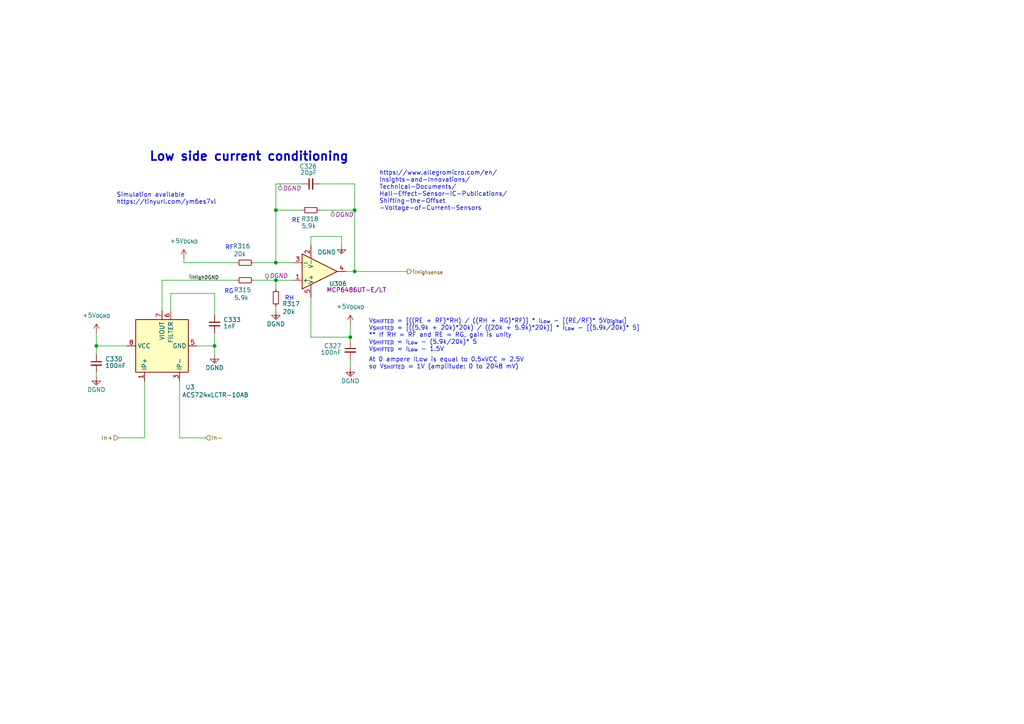
<source format=kicad_sch>
(kicad_sch (version 20250114) (generator "eeschema") (generator_version "9.0")
  (paper "A4")
  (title_block (title "Micro-inverter - 400W") (date "2024-02-06") (comment 1 "JAL"))
  (lib_symbols
    (symbol "Device:C_Small" (pin_numbers (hide yes)) (pin_names (offset 0.254) (hide yes))
      (property "Reference" "C" (at 0.254 1.778 0))
      (property "Value" "C_Small" (at 0.254 -2.032 0))
      (symbol "C_Small_0_1"
        (polyline (pts (xy -1.524 0.508) (xy 1.524 0.508)) (stroke (width 0.3048)))
        (polyline (pts (xy -1.524 -0.508) (xy 1.524 -0.508)) (stroke (width 0.3302)))
      )
      (symbol "C_Small_1_1"
        (pin passive line (at 0 2.54 270) (length 2.032) (name "~") (number "1"))
        (pin passive line (at 0 -2.54 90) (length 2.032) (name "~") (number "2"))
      )
    )
    (symbol "Device:R_Small" (pin_numbers (hide yes)) (pin_names (offset 0.254) (hide yes))
      (property "Reference" "R" (at 0.762 0.508 0))
      (property "Value" "R_Small" (at 0.762 -1.016 0))
      (symbol "R_Small_0_1"
        (rectangle (start -0.762 1.778) (end 0.762 -1.778) (stroke (width 0.2032)))
      )
      (symbol "R_Small_1_1"
        (pin passive line (at 0 2.54 270) (length 0.762) (name "~") (number "1"))
        (pin passive line (at 0 -2.54 90) (length 0.762) (name "~") (number "2"))
      )
    )
    (symbol "Sensor_Current:ACS724xLCTR-10AB"
      (property "Reference" "U" (at 2.54 11.43 0))
      (property "Value" "ACS724xLCTR-10AB" (at 2.54 8.89 0))
      (symbol "ACS724xLCTR-10AB_0_1"
        (rectangle (start -7.62 7.62) (end 7.62 -7.62) (stroke (width 0.254)) (fill (type background)))
      )
      (symbol "ACS724xLCTR-10AB_1_1"
        (pin passive line (at -10.16 5.08 0) (length 2.54) (name "IP+") (number "1"))
        (pin passive line (at -10.16 5.08 0) (length 2.54) (hide yes) (name "IP+") (number "2"))
        (pin passive line (at -10.16 -5.08 0) (length 2.54) (name "IP-") (number "3"))
        (pin passive line (at -10.16 -5.08 0) (length 2.54) (hide yes) (name "IP-") (number "4"))
        (pin power_in line (at 0 10.16 270) (length 2.54) (name "VCC") (number "8"))
        (pin power_in line (at 0 -10.16 90) (length 2.54) (name "GND") (number "5"))
        (pin output line (at 10.16 0 180) (length 2.54) (name "VIOUT") (number "7"))
        (pin passive line (at 10.16 -2.54 180) (length 2.54) (name "FILTER") (number "6"))
      )
    )
    (symbol "Symbols:+12V_PGND" (power) (in_bom no) (on_board no)
      (property "Value" "+12V_PGND" (at -0.127 3.81 0))
      (symbol "+12V_PGND_0_1"
        (polyline (pts (xy -0.762 1.27) (xy 0 2.54)))
        (polyline (pts (xy 0 2.54) (xy 0.762 1.27)))
        (polyline (pts (xy 0 0) (xy 0 2.54)))
      )
      (symbol "+12V_PGND_1_1"
        (pin power_in line (at 0 0 90) (length 0) (hide yes) (name "+12V_PGND") (number "1"))
      )
    )
    (symbol "Symbols:DGND" (power) (pin_names (offset 0))
      (property "Value" "DGND" (at 0 -3.81 0))
      (symbol "DGND_0_0"
        (text "D" (at 0 -1.778 0) (effects (font (size 0.63 0.63))))
      )
      (symbol "DGND_0_1"
        (polyline (pts (xy 0 0) (xy 0 -1.27) (xy 1.27 -1.27) (xy 0 -2.54) (xy -1.27 -1.27) (xy 0 -1.27)))
      )
      (symbol "DGND_1_1"
        (pin power_in line (at 0 0 270) (length 0) (hide yes) (name "DGND") (number "1"))
      )
    )
    (symbol "Symbols:MCP6486UT-E/LT " (pin_names (offset 0.127))
      (property "Reference" "U205" (at 3.81 7.62 0))
      (property "manf#" "MCP6486UT-E/LT " (at 12.7 5.08 0))
      (symbol "MCP6486UT-E/LT _0_1"
        (polyline (pts (xy -2.54 5.08) (xy -2.54 -5.08) (xy 7.62 0) (xy -2.54 5.08)) (stroke (width 0.254)) (fill (type background)))
      )
      (symbol "MCP6486UT-E/LT _1_1"
        (pin input line (at -5.08 2.54 0) (length 2.54) (name "+") (number "1"))
        (pin input line (at -5.08 -2.54 0) (length 2.54) (name "-") (number "3"))
        (pin power_in line (at 0 7.62 270) (length 3.81) (name "V+") (number "5"))
        (pin power_in line (at 0 -7.62 90) (length 3.81) (name "V-") (number "2"))
        (pin output line (at 10.16 0 180) (length 2.54) (name "~") (number "4"))
      )
    )
  )
  (text "V_{SHIFTED} = [((RE + RF)*RH) / ((RH + RG)*RF)] * I_{Low} - [(RE/RF)* 5V_{Digital}]\nV_{SHIFTED} = [((5.9k + 20k)*20k) / ((20k + 5.9k)*20k)] * I_{Low} - [(5.9k/20k)* 5]\n** If RH = RF and RE = RG, gain is unity\nV_{SHIFTED} = I_{Low} - (5.9k/20k)* 5\nV_{SHIFTED} = I_{Low} - 1.5V" (at 106.934 102.108 0) (effects (font (size 1.27 1.27)) (justify left bottom)))
  (text "RE" (at 84.582 64.77 0) (effects (font (size 1.27 1.27)) (justify left bottom)))
  (text "RG" (at 65.024 85.344 0) (effects (font (size 1.27 1.27)) (justify left bottom)))
  (text "RH" (at 82.55 87.376 0) (effects (font (size 1.27 1.27)) (justify left bottom)))
  (text "Simulation available\nhttps://tinyurl.com/ym6es7vl\n\n" (at 33.782 61.468 0) (effects (font (size 1.27 1.27)) (justify left bottom)))
  (text "Low side current conditioning" (at 43.18 46.99 0) (effects (font (size 2.54 2.54) (thickness 0.5) (bold yes)) (justify left bottom)))
  (text "https://www.allegromicro.com/en/\nInsights-and-Innovations/\nTechnical-Documents/\nHall-Effect-Sensor-IC-Publications/\nShifting-the-Offset\n-Voltage-of-Current-Sensors" (at 109.982 61.214 0) (effects (font (size 1.27 1.27)) (justify left bottom)))
  (text "RF" (at 65.278 72.644 0) (effects (font (size 1.27 1.27)) (justify left bottom)))
  (text "At 0 ampere ILow is equal to 0.5xVCC = 2.5V\nso V_{SHIFTED} = 1V (amplitude: 0 to 2048 mV)" (at 106.934 107.188 0) (effects (font (size 1.27 1.27)) (justify left bottom)))
  (junction (at 80.01 76.2))
  (junction (at 27.94 100.33))
  (junction (at 80.01 60.96))
  (junction (at 102.87 60.96))
  (junction (at 80.01 81.28))
  (junction (at 102.87 78.74))
  (junction (at 101.6 97.79))
  (junction (at 62.23 100.33))
  (wire (pts (xy 80.01 60.96) (xy 80.01 53.34)))
  (wire (pts (xy 73.66 81.28) (xy 80.01 81.28)))
  (wire (pts (xy 27.94 100.33) (xy 27.94 102.87)))
  (wire (pts (xy 90.17 97.79) (xy 101.6 97.79)))
  (wire (pts (xy 27.94 107.95) (xy 27.94 109.22)))
  (wire (pts (xy 27.94 96.52) (xy 27.94 100.33)))
  (wire (pts (xy 87.63 60.96) (xy 80.01 60.96)))
  (wire (pts (xy 46.99 81.28) (xy 46.99 90.17)))
  (wire (pts (xy 73.66 76.2) (xy 80.01 76.2)))
  (wire (pts (xy 80.01 90.17) (xy 80.01 88.9)))
  (wire (pts (xy 85.09 81.28) (xy 80.01 81.28)))
  (wire (pts (xy 90.17 68.58) (xy 90.17 71.12)))
  (wire (pts (xy 102.87 78.74) (xy 118.11 78.74)))
  (wire (pts (xy 87.63 53.34) (xy 80.01 53.34)))
  (wire (pts (xy 102.87 60.96) (xy 102.87 53.34)))
  (wire (pts (xy 101.6 104.14) (xy 101.6 106.68)))
  (wire (pts (xy 49.53 90.17) (xy 49.53 85.09)))
  (wire (pts (xy 53.34 74.93) (xy 53.34 76.2)))
  (wire (pts (xy 46.99 81.28) (xy 68.58 81.28)))
  (wire (pts (xy 27.94 100.33) (xy 36.83 100.33)))
  (wire (pts (xy 34.29 127) (xy 41.91 127)))
  (wire (pts (xy 53.34 76.2) (xy 68.58 76.2)))
  (wire (pts (xy 99.06 68.58) (xy 99.06 71.12)))
  (wire (pts (xy 102.87 78.74) (xy 102.87 60.96)))
  (wire (pts (xy 62.23 85.09) (xy 62.23 91.44)))
  (wire (pts (xy 80.01 76.2) (xy 85.09 76.2)))
  (wire (pts (xy 80.01 76.2) (xy 80.01 60.96)))
  (wire (pts (xy 100.33 78.74) (xy 102.87 78.74)))
  (wire (pts (xy 92.71 53.34) (xy 102.87 53.34)))
  (wire (pts (xy 90.17 86.36) (xy 90.17 97.79)))
  (wire (pts (xy 49.53 85.09) (xy 62.23 85.09)))
  (wire (pts (xy 80.01 81.28) (xy 80.01 83.82)))
  (wire (pts (xy 101.6 97.79) (xy 101.6 99.06)))
  (wire (pts (xy 101.6 93.98) (xy 101.6 97.79)))
  (wire (pts (xy 52.07 110.49) (xy 52.07 127)))
  (wire (pts (xy 92.71 60.96) (xy 102.87 60.96)))
  (wire (pts (xy 41.91 110.49) (xy 41.91 127)))
  (wire (pts (xy 62.23 100.33) (xy 62.23 102.87)))
  (wire (pts (xy 99.06 68.58) (xy 90.17 68.58)))
  (wire (pts (xy 57.15 100.33) (xy 62.23 100.33)))
  (wire (pts (xy 62.23 96.52) (xy 62.23 100.33)))
  (wire (pts (xy 52.07 127) (xy 59.69 127)))
  (label "I_{IHigh}_{DGND}" (at 63.5 81.28 180))
  (hierarchical_label "I_{IHighsense}" (shape output) (at 118.11 78.74 0))
  (hierarchical_label "In+" (shape input) (at 34.29 127 180))
  (hierarchical_label "In-" (shape input) (at 59.69 127 0))
  (netclass_flag "" (length 1.27) (shape round) (at 77.47 81.28 0) (property "Netclass" "DGND" (at 78.1685 80.01 0) (effects (font (italic yes)) (justify left))))
  (netclass_flag "" (length 1.27) (shape round) (at 81.28 53.34 180) (property "Netclass" "DGND" (at 81.9785 54.61 0) (effects (font (italic yes)) (justify left))))
  (netclass_flag "" (length 1.27) (shape round) (at 96.52 60.96 180) (property "Netclass" "DGND" (at 97.2185 62.23 0) (effects (font (italic yes)) (justify left))))
  (symbol (lib_id "Device:R_Small") (at 80.01 86.36 0) (mirror y) (unit 1)
    (property "Reference" "R309" (at 86.995 88.138 0) (effects (justify left)))
    (property "Value" "20k" (at 85.598 90.424 0) (effects (justify left)))
    (property "Footprint" "Footprints:R_0805_2012Metric" (effects (hide yes)))
    (property "Datasheet" "${KIPRJMOD}\\datasheet\\PYu_RT_1_to_0_01_RoHS_L_12-3003070.pdf" (effects (hide yes)))
    (property "manf#" "RT0805DRD0720KL" (effects (hide yes)))
    (property "Functional Block" "Measurement" (effects (hide yes)))
    (property "Metal content" "NiCr" (effects (hide yes)))
    (property "Subfunction" "IILow Measure" (effects (hide yes)))
    (property "Package" "0805" (effects (hide yes)))
    (property "Technology" "Thin film" (effects (hide yes)))
    (instances (project "DAB" (path "" (reference "R317") (unit 1)) (path "" (reference "R313") (unit 1)) (path "" (reference "R309") (unit 1))))
  )
  (symbol (lib_id "Device:C_Small") (at 90.17 53.34 90) (mirror x) (unit 1)
    (property "Reference" "C322" (at 91.948 48.26 90) (effects (justify left)))
    (property "Value" "20pF" (at 91.948 50.038 90) (effects (justify left)))
    (property "Footprint" "Footprints:C_0805_2012Metric" (effects (hide yes)))
    (property "Datasheet" "${KIPRJMOD}\\datasheet\\UPY_GP_NP0_16V_to_50V_18-1730511.pdf" (effects (hide yes)))
    (property "manf#" "CC0805JRNPO9BN200" (effects (hide yes)))
    (property "Functional Block" "Measurement" (effects (hide yes)))
    (property "Metal content" "BaTiO3" (effects (hide yes)))
    (property "Subfunction" "IILow measure" (effects (hide yes)))
    (property "Package" "0805" (effects (hide yes)))
    (property "Dielectric" "NP0" (effects (hide yes)))
    (property "Voltage" "50V" (effects (hide yes)))
    (instances (project "DAB" (path "" (reference "C326") (unit 1)) (path "" (reference "C324") (unit 1)) (path "" (reference "C322") (unit 1))))
  )
  (symbol (lib_id "Device:R_Small") (at 71.12 76.2 90) (mirror x) (unit 1)
    (property "Reference" "R308" (at 72.644 71.374 90) (effects (justify left)))
    (property "Value" "20k" (at 71.374 73.66 90) (effects (justify left)))
    (property "Footprint" "Footprints:R_0805_2012Metric" (effects (hide yes)))
    (property "Datasheet" "${KIPRJMOD}\\datasheet\\PYu_RT_1_to_0_01_RoHS_L_12-3003070.pdf" (effects (hide yes)))
    (property "manf#" "RT0805DRD0720KL" (effects (hide yes)))
    (property "Functional Block" "Measurement" (effects (hide yes)))
    (property "Metal content" "NiCr" (effects (hide yes)))
    (property "Subfunction" "IIlow measure" (effects (hide yes)))
    (property "Package" "0805" (effects (hide yes)))
    (property "Technology" "Thin film" (effects (hide yes)))
    (instances (project "DAB" (path "" (reference "R316") (unit 1)) (path "" (reference "R312") (unit 1)) (path "" (reference "R308") (unit 1))))
  )
  (symbol (lib_id "Symbols:DGND") (at 80.01 90.17 0) (mirror y) (unit 1)
    (property "Reference" "#PWR0318" (effects (hide yes)))
    (property "Value" "DGND" (at 80.01 93.98 0))
    (instances (project "DAB" (path "" (reference "#PWR0326") (unit 1)) (path "" (reference "#PWR0322") (unit 1)) (path "" (reference "#PWR0318") (unit 1))))
  )
  (symbol (lib_id "Symbols:+12V_PGND") (at 101.6 93.98 0) (unit 1) (in_bom no) (on_board no)
    (property "Reference" "#PWR0310" (effects (hide yes)))
    (property "Value" "+5V_{DGND}" (at 101.6 88.9 0))
    (instances (project "DAB" (path "" (reference "#PWR0314") (unit 1)) (path "" (reference "#PWR0312") (unit 1)) (path "" (reference "#PWR0310") (unit 1))))
  )
  (symbol (lib_id "Device:C_Small") (at 62.23 93.98 0) (unit 1)
    (property "Reference" "C331" (at 64.77 92.71 0) (effects (justify left)))
    (property "Value" "1nF" (at 64.77 94.615 0) (effects (justify left)))
    (property "Footprint" "Capacitor_SMD:C_1206_3216Metric" (effects (hide yes)))
    (property "Datasheet" "${KIPRJMOD}\\datasheet\\KEM_C1002_X7R_SMD-3316098.pdf" (effects (hide yes)))
    (property "manf#" "C1206C104K5RAC7867" (effects (hide yes)))
    (property "Functional Block" "Measurement" (effects (hide yes)))
    (property "Metal content" "BaTiO3" (effects (hide yes)))
    (property "Subfunction" "IILow measure" (effects (hide yes)))
    (property "Package" "1206" (effects (hide yes)))
    (property "Dielectric" "X7R" (effects (hide yes)))
    (property "Voltage" "50V" (effects (hide yes)))
    (instances (project "DAB" (path "" (reference "C333") (unit 1)) (path "" (reference "C332") (unit 1)) (path "" (reference "C331") (unit 1))))
  )
  (symbol (lib_id "Device:C_Small") (at 27.94 105.41 0) (unit 1)
    (property "Reference" "C328" (at 30.48 104.14 0) (effects (justify left)))
    (property "Value" "100nF" (at 30.48 106.045 0) (effects (justify left)))
    (property "Footprint" "Capacitor_SMD:C_1206_3216Metric" (effects (hide yes)))
    (property "Datasheet" "${KIPRJMOD}\\datasheet\\KEM_C1002_X7R_SMD-3316098.pdf" (effects (hide yes)))
    (property "manf#" "C1206C104K5RAC7867" (effects (hide yes)))
    (property "Functional Block" "Measurement" (effects (hide yes)))
    (property "Metal content" "BaTiO3" (effects (hide yes)))
    (property "Subfunction" "IILow measure" (effects (hide yes)))
    (property "Package" "1206" (effects (hide yes)))
    (property "Dielectric" "X7R" (effects (hide yes)))
    (property "Voltage" "50V" (effects (hide yes)))
    (instances (project "DAB" (path "" (reference "C330") (unit 1)) (path "" (reference "C329") (unit 1)) (path "" (reference "C328") (unit 1))))
  )
  (symbol (lib_id "Symbols:DGND") (at 101.6 106.68 0) (mirror y) (unit 1)
    (property "Reference" "#PWR0321" (effects (hide yes)))
    (property "Value" "DGND" (at 101.6 110.49 0))
    (instances (project "DAB" (path "" (reference "#PWR0328") (unit 1)) (path "" (reference "#PWR0324") (unit 1)) (path "" (reference "#PWR0321") (unit 1))))
  )
  (symbol (lib_id "Symbols:+12V_PGND") (at 53.34 74.93 0) (mirror y) (unit 1) (in_bom no) (on_board no)
    (property "Reference" "#PWR0309" (effects (hide yes)))
    (property "Value" "+5V_{DGND}" (at 53.34 69.85 0))
    (instances (project "DAB" (path "" (reference "#PWR0313") (unit 1)) (path "" (reference "#PWR0311") (unit 1)) (path "" (reference "#PWR0309") (unit 1))))
  )
  (symbol (lib_id "Symbols:MCP6486UT-E/LT ") (at 90.17 78.74 0) (mirror x) (unit 1)
    (property "Reference" "U304" (at 98.044 82.296 0))
    (property "Value" "MCP6486UT-E/LT" (effects (hide yes)))
    (property "Footprint" "Package_TO_SOT_SMD:SOT-353_SC-70-5_Handsoldering" (effects (hide yes)))
    (property "Datasheet" "${KIPRJMOD}\\datasheets\\MCP6486.pdf" (effects (hide yes)))
    (property "manf#" "MCP6486UT-E/LT" (at 103.378 84.074 0))
    (property "Functional Block" "Measurement" (effects (hide yes)))
    (property "Subfunction" "IILow Measure" (effects (hide yes)))
    (instances (project "DAB" (path "" (reference "U306") (unit 1)) (path "" (reference "U305") (unit 1)) (path "" (reference "U304") (unit 1))))
  )
  (symbol (lib_id "Device:C_Small") (at 101.6 101.6 0) (mirror y) (unit 1)
    (property "Reference" "C323" (at 99.06 100.33 0) (effects (justify left)))
    (property "Value" "100nF" (at 99.06 102.235 0) (effects (justify left)))
    (property "Footprint" "Capacitor_SMD:C_1206_3216Metric" (effects (hide yes)))
    (property "Datasheet" "${KIPRJMOD}\\datasheet\\KEM_C1002_X7R_SMD-3316098.pdf" (effects (hide yes)))
    (property "manf#" "C1206C104K5RAC7867" (effects (hide yes)))
    (property "Functional Block" "Measurement" (effects (hide yes)))
    (property "Metal content" "BaTiO3" (effects (hide yes)))
    (property "Subfunction" "IILow measure" (effects (hide yes)))
    (property "Package" "1206" (effects (hide yes)))
    (property "Dielectric" "X7R" (effects (hide yes)))
    (property "Voltage" "50V" (effects (hide yes)))
    (instances (project "DAB" (path "" (reference "C327") (unit 1)) (path "" (reference "C325") (unit 1)) (path "" (reference "C323") (unit 1))))
  )
  (symbol (lib_id "Symbols:DGND") (at 99.06 71.12 0) (mirror y) (unit 1)
    (property "Reference" "#PWR0319" (effects (hide yes)))
    (property "Value" "DGND" (at 94.742 73.152 0))
    (instances (project "DAB" (path "" (reference "#PWR0327") (unit 1)) (path "" (reference "#PWR0323") (unit 1)) (path "" (reference "#PWR0319") (unit 1))))
  )
  (symbol (lib_id "Device:R_Small") (at 71.12 81.28 90) (mirror x) (unit 1)
    (property "Reference" "R307" (at 72.898 84.074 90) (effects (justify left)))
    (property "Value" "5.9k" (at 72.136 86.36 90) (effects (justify left)))
    (property "Footprint" "Footprints:R_0805_2012Metric" (effects (hide yes)))
    (property "Datasheet" "${KIPRJMOD}\\datasheet\\susumu_RR_Data_Sheet-1206438.pdf" (effects (hide yes)))
    (property "manf#" "RR1220P-5901-D-M" (effects (hide yes)))
    (property "Functional Block" "Measurement" (effects (hide yes)))
    (property "Metal content" "NiCr" (effects (hide yes)))
    (property "Subfunction" "IIlow measure" (effects (hide yes)))
    (property "Package" "0805" (effects (hide yes)))
    (property "Technology" "Thin film" (effects (hide yes)))
    (instances (project "DAB" (path "" (reference "R315") (unit 1)) (path "" (reference "R311") (unit 1)) (path "" (reference "R307") (unit 1))))
  )
  (symbol (lib_id "Symbols:DGND") (at 27.94 109.22 0) (unit 1)
    (property "Reference" "#PWR0329" (effects (hide yes)))
    (property "Value" "DGND" (at 27.94 113.03 0))
    (instances (project "DAB" (path "" (reference "#PWR0331") (unit 1)) (path "" (reference "#PWR0330") (unit 1)) (path "" (reference "#PWR0329") (unit 1))))
  )
  (symbol (lib_id "Device:R_Small") (at 90.17 60.96 90) (mirror x) (unit 1)
    (property "Reference" "R310" (at 92.456 63.5 90) (effects (justify left)))
    (property "Value" "5.9k" (at 91.694 65.532 90) (effects (justify left)))
    (property "Footprint" "Footprints:R_0805_2012Metric" (effects (hide yes)))
    (property "Datasheet" "${KIPRJMOD}\\datasheet\\susumu_RR_Data_Sheet-1206438.pdf" (effects (hide yes)))
    (property "manf#" "RR1220P-5901-D-M" (effects (hide yes)))
    (property "Functional Block" "Measurement" (effects (hide yes)))
    (property "Metal content" "NiCr" (effects (hide yes)))
    (property "Subfunction" "IILow Measure" (effects (hide yes)))
    (property "Package" "0805" (effects (hide yes)))
    (property "Technology" "Thin film" (effects (hide yes)))
    (instances (project "DAB" (path "" (reference "R318") (unit 1)) (path "" (reference "R314") (unit 1)) (path "" (reference "R310") (unit 1))))
  )
  (symbol (lib_id "Sensor_Current:ACS724xLCTR-10AB") (at 46.99 100.33 90) (unit 1)
    (property "Reference" "U?" (at 55.118 112.268 90))
    (property "Value" "ACS724xLCTR-10AB" (at 62.484 114.554 90))
    (property "Footprint" "Package_SO:SOIC-8_3.9x4.9mm_P1.27mm" (effects (hide yes)))
    (property "Datasheet" "http://www.allegromicro.com/~/media/Files/Datasheets/ACS724-Datasheet.ashx?la=en" (effects (hide yes)))
    (property "Description" "±10A Bidirectional Hall-Effect Current Sensor, +5.0V supply, 200mV/A, SOIC-8" (effects (hide yes)))
    (instances (project "DAB" (path "" (reference "U3") (unit 1)) (path "" (reference "U2") (unit 1)) (path "" (reference "U?") (unit 1))))
  )
  (symbol (lib_id "Symbols:+12V_PGND") (at 27.94 96.52 0) (mirror y) (unit 1) (in_bom no) (on_board no)
    (property "Reference" "#PWR0315" (effects (hide yes)))
    (property "Value" "+5V_{DGND}" (at 27.94 91.44 0))
    (instances (project "DAB" (path "" (reference "#PWR0317") (unit 1)) (path "" (reference "#PWR0316") (unit 1)) (path "" (reference "#PWR0315") (unit 1))))
  )
  (symbol (lib_id "Symbols:DGND") (at 62.23 102.87 0) (unit 1)
    (property "Reference" "#PWR0332" (effects (hide yes)))
    (property "Value" "DGND" (at 62.23 106.68 0))
    (instances (project "DAB" (path "" (reference "#PWR0334") (unit 1)) (path "" (reference "#PWR0333") (unit 1)) (path "" (reference "#PWR0332") (unit 1))))
  )
)
</source>
